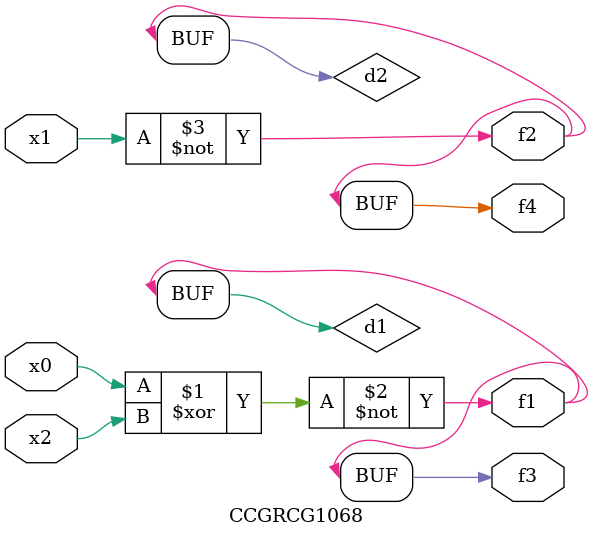
<source format=v>
module CCGRCG1068(
	input x0, x1, x2,
	output f1, f2, f3, f4
);

	wire d1, d2, d3;

	xnor (d1, x0, x2);
	nand (d2, x1);
	nor (d3, x1, x2);
	assign f1 = d1;
	assign f2 = d2;
	assign f3 = d1;
	assign f4 = d2;
endmodule

</source>
